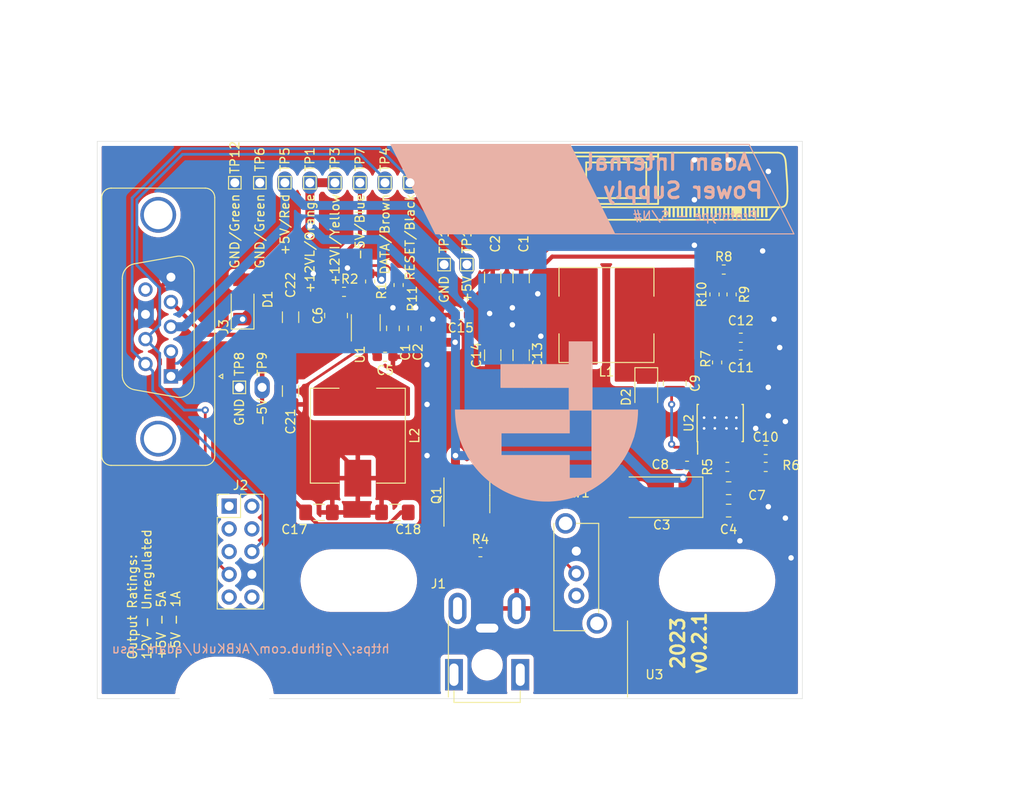
<source format=kicad_pcb>
(kicad_pcb (version 20211014) (generator pcbnew)
  (layers (0 "F.Cu" signal) (31 "B.Cu" signal) (34 "B.Paste" user) (35 "F.Paste" user) (36 "B.SilkS" user "B.Silkscreen") (37 "F.SilkS" user "F.Silkscreen") (38 "B.Mask" user) (39 "F.Mask" user) (44 "Edge.Cuts" user))
  (net 0 "")
  (net 1 "GND")
  (net 2 "+5V")
  (net 3 "+12V")
  (net 4 "Net-(C6-Pad1)")
  (net 5 "Net-(C9-Pad2)")
  (net 6 "Net-(C10-Pad1)")
  (net 7 "Net-(C11-Pad2)")
  (net 8 "Net-(C11-Pad1)")
  (net 15 "/RESET")
  (net 16 "/DATA")
  (net 18 "/-5V")
  (net 20 "Net-(R1-Pad2)")
  (net 21 "Net-(R5-Pad2)")
  (net 22 "Net-(R8-Pad2)")
  (net 23 "Net-(R10-Pad1)")
  (net 24 "Net-(R11-Pad2)")
  (net 25 "/PH")
  (net 26 "/SW")
  (net 27 "Net-(Q1-Pad4)")
  (net 28 "/12V-IN")
  (footprint "adampsu:PlungerCap-4JWHT" (layer "F.Cu") (at 168.935 125.615)
    (fp_text reference "PC1" hide)
    (fp_text value "PlungerCap")
  )
  (footprint "Capacitor_SMD:C_0805_2012Metric_Pad1.15x1.40mm_HandSolder" (layer "F.Cu") (at 146.685 78.495 90)
    (fp_text reference "C1")
    (fp_text value "10uF")
  )
  (footprint "adampsu:L_11.5x10.3_H4.8" (layer "F.Cu") (at 142.764 90.488 -90)
    (fp_text reference "L2")
    (fp_text value "4.7uH")
  )
  (footprint "adampsu:C_0508_1220Metric_Pad1.40x1.15mm_HandSolder" (layer "F.Cu") (at 140.335 77.075 -90)
    (fp_text reference "C6")
    (fp_text value "0.1uF")
  )
  (footprint "adampsu:L_11.5x10.3_H4.8" (layer "F.Cu") (at 170.525 77.01 180)
    (fp_text reference "L1")
    (fp_text value "4.7uH")
  )
  (footprint "adampsu:TestPoint_Labeled" (layer "F.Cu") (at 134.62 62.23)
    (fp_text reference "TP5")
    (fp_text value "+5V/Red")
  )
  (footprint "adampsu:TestPoint_Labeled" (layer "F.Cu") (at 148.59 62.23)
    (fp_text reference "TP2")
    (fp_text value "RESET/Black")
  )
  (footprint "adampsu:C_0508_1220Metric_Pad1.40x1.15mm_HandSolder" (layer "F.Cu") (at 178.145 84.63 -90)
    (fp_text reference "C9")
    (fp_text value "0.1uF")
  )
  (footprint "Capacitor_SMD:C_1206_3216Metric_Pad1.42x1.75mm_HandSolder" (layer "F.Cu") (at 157.825 81.4975 90)
    (fp_text reference "C14")
    (fp_text value "22uF")
  )
  (footprint "Resistor_SMD:R_0603_1608Metric_Pad1.05x0.95mm_HandSolder" (layer "F.Cu") (at 182.59 74.71 90)
    (fp_text reference "R10")
    (fp_text value "1.96k")
  )
  (footprint "adampsu:TestPoint_Labeled" (layer "F.Cu") (at 129.032 62.23)
    (fp_text reference "TP12")
    (fp_text value "GND/Green")
  )
  (footprint "Package_SO:TI_SO-PowerPAD-8_ThermalVias" (layer "F.Cu") (at 183.225 89.075 90)
    (fp_text reference "U2")
    (fp_text value "TPS54531DDAR")
  )
  (footprint "Connector_PinHeader_2.54mm:PinHeader_2x05_P2.54mm_Vertical" (layer "F.Cu") (at 128.4 98.36)
    (fp_text reference "J2")
    (fp_text value "Conn_2Rows-09Pins")
  )
  (footprint "adampsu:TestPoint_Labeled" (layer "F.Cu") (at 132.08 85.09)
    (fp_text reference "TP9")
    (fp_text value "-5V")
  )
  (footprint "Resistor_SMD:R_0603_1608Metric_Pad1.05x0.95mm_HandSolder" (layer "F.Cu") (at 184.025 93.98)
    (fp_text reference "R5")
    (fp_text value "665k")
  )
  (footprint "adampsu:TestPoint_Labeled" (layer "F.Cu") (at 140.208 62.23)
    (fp_text reference "TP3")
    (fp_text value "+12VI/Yellow")
  )
  (footprint "Resistor_SMD:R_0603_1608Metric_Pad1.05x0.95mm_HandSolder" (layer "F.Cu") (at 188.305 93.98)
    (fp_text reference "R6")
    (fp_text value "130k")
  )
  (footprint "adampsu:TestPoint_Labeled" (layer "F.Cu") (at 154.94 71.374)
    (fp_text reference "TP10")
    (fp_text value "+5V")
  )
  (footprint "Capacitor_SMD:C_0603_1608Metric_Pad1.05x0.95mm_HandSolder" (layer "F.Cu") (at 145.812 81.674)
    (fp_text reference "C5")
    (fp_text value "0.1uF")
  )
  (footprint "adampsu:TestPoint_Labeled" (layer "F.Cu") (at 145.796 62.23)
    (fp_text reference "TP4")
    (fp_text value "DATA/Brown")
  )
  (footprint "Resistor_SMD:R_0603_1608Metric_Pad1.05x0.95mm_HandSolder" (layer "F.Cu") (at 144.145 73.265 -90)
    (fp_text reference "R1")
    (fp_text value "10k")
  )
  (footprint "adampsu:TestPoint_Labeled" (layer "F.Cu") (at 143.002 62.23)
    (fp_text reference "TP7")
    (fp_text value "-5V/Blue")
  )
  (footprint "Capacitor_SMD:C_0603_1608Metric_Pad1.05x0.95mm_HandSolder" (layer "F.Cu") (at 185.525 81.455 180)
    (fp_text reference "C11")
    (fp_text value "2200pF")
  )
  (footprint "Capacitor_SMD:C_1206_3216Metric_Pad1.42x1.75mm_HandSolder" (layer "F.Cu") (at 146.9025 99.06)
    (fp_text reference "C18")
    (fp_text value "22uF")
  )
  (footprint "Capacitor_Tantalum_SMD:CP_EIA-7343-43_Kemet-X_Pad2.25x2.55mm_HandSolder" (layer "F.Cu") (at 176.7 97.36 180)
    (fp_text reference "C3")
    (fp_text value "100uF")
  )
  (footprint "Capacitor_SMD:C_0805_2012Metric_Pad1.15x1.40mm_HandSolder" (layer "F.Cu") (at 184.1625 98.86)
    (fp_text reference "C4")
    (fp_text value "4.7uF")
  )
  (footprint "adampsu:TestPoint_Labeled" (layer "F.Cu") (at 131.826 62.23)
    (fp_text reference "TP6")
    (fp_text value "GND/Green")
  )
  (footprint "Capacitor_SMD:C_1206_3216Metric_Pad1.42x1.75mm_HandSolder" (layer "F.Cu") (at 157.825 72.8075 -90)
    (fp_text reference "C20")
    (fp_text value "22uF")
  )
  (footprint "Capacitor_SMD:C_1206_3216Metric_Pad1.42x1.75mm_HandSolder" (layer "F.Cu") (at 161 72.8075 90)
    (fp_text reference "C19")
    (fp_text value "22uF")
  )
  (footprint "Capacitor_SMD:C_0603_1608Metric_Pad1.05x0.95mm_HandSolder" (layer "F.Cu") (at 188.305 92.075)
    (fp_text reference "C10")
    (fp_text value "0.01uF")
  )
  (footprint "Capacitor_SMD:C_0603_1608Metric_Pad1.05x0.95mm_HandSolder" (layer "F.Cu") (at 185.525 79.55 180)
    (fp_text reference "C12")
    (fp_text value "22pF")
  )
  (footprint "adampsu:TestPoint_Labeled" (layer "F.Cu") (at 152.4 71.374)
    (fp_text reference "TP11")
    (fp_text value "GND")
  )
  (footprint "Capacitor_SMD:C_0805_2012Metric_Pad1.15x1.40mm_HandSolder" (layer "F.Cu") (at 149.11 78.495 90)
    (fp_text reference "C2")
    (fp_text value "10uF")
  )
  (footprint "Resistor_SMD:R_0603_1608Metric_Pad1.05x0.95mm_HandSolder" (layer "F.Cu") (at 182.88 82.31 -90)
    (fp_text reference "R7")
    (fp_text value "37.4k")
  )
  (footprint "adampsu:TestPoint_Labeled" (layer "F.Cu") (at 129.54 85.09)
    (fp_text reference "TP8")
    (fp_text value "GND")
  )
  (footprint "Capacitor_SMD:C_0603_1608Metric_Pad1.05x0.95mm_HandSolder" (layer "F.Cu") (at 179.525 93.853 180)
    (fp_text reference "C8")
    (fp_text value "0.01uF")
  )
  (footprint "Capacitor_SMD:C_0805_2012Metric_Pad1.15x1.40mm_HandSolder" (layer "F.Cu") (at 184.1625 96.36)
    (fp_text reference "C7")
    (fp_text value "4.7uF")
  )
  (footprint "Capacitor_SMD:C_1206_3216Metric_Pad1.42x1.75mm_HandSolder" (layer "F.Cu") (at 161 81.4975 -90)
    (fp_text reference "C13")
    (fp_text value "22uF")
  )
  (footprint "Resistor_SMD:R_0603_1608Metric_Pad1.05x0.95mm_HandSolder" (layer "F.Cu") (at 184.495 74.71 -90)
    (fp_text reference "R9")
    (fp_text value "10.2k")
  )
  (footprint "Resistor_SMD:R_0603_1608Metric_Pad1.05x0.95mm_HandSolder" (layer "F.Cu") (at 183.62 71.93)
    (fp_text reference "R8")
    (fp_text value "51.1")
  )
  (footprint "Package_TO_SOT_SMD:SOT-23-6_Handsoldering" (layer "F.Cu") (at 143.653 77.864 90)
    (fp_text reference "U1")
    (fp_text value "TPS561201")
  )
  (footprint "adampsu:TestPoint_Labeled" (layer "F.Cu") (at 137.414 62.23)
    (fp_text reference "TP1")
    (fp_text value "+12VL/Orange")
  )
  (footprint "Resistor_SMD:R_0603_1608Metric_Pad1.05x0.95mm_HandSolder" (layer "F.Cu") (at 141.224 74.422)
    (fp_text reference "R2")
    (fp_text value "10k")
  )
  (footprint "adampsu:BarrelJack_CUI_PJ-047AH_Horizontal" (layer "F.Cu") (at 157.2 111.99)
    (fp_text reference "J1")
    (fp_text value "Barrel_Jack_Switch")
  )
  (footprint "Resistor_SMD:R_0603_1608Metric_Pad1.05x0.95mm_HandSolder" (layer "F.Cu") (at 147.32 73.66 90)
    (fp_text reference "R11")
    (fp_text value "54.9k")
  )
  (footprint "adampsu:D_SOD-128" (layer "F.Cu") (at 129.9 75.27 90)
    (fp_text reference "D1")
    (fp_text value "D_Schottky")
  )
  (footprint "adampsu:D_SOD-128" (layer "F.Cu") (at 174.97 86.195 -90)
    (fp_text reference "D2")
    (fp_text value "D_Schottky")
  )
  (footprint "Connector_Dsub:DSUB-9_Female_Vertical_P2.77x2.84mm_MountingHoles" (layer "F.Cu") (at 121.9 83.86 -90)
    (fp_text reference "J3")
    (fp_text value "DB9_Female")
  )
  (footprint "Capacitor_SMD:C_0603_1608Metric_Pad1.05x0.95mm_HandSolder" (layer "F.Cu") (at 154.255 77.01 180)
    (fp_text reference "C15")
    (fp_text value "0.01uF")
  )
  (footprint "adampsu:Switch-LC1258EENP" (layer "F.Cu") (at 167.155 105.8758)
    (fp_text reference "SW1")
    (fp_text value "30V 300mA Latching Switch")
  )
  (footprint "Capacitor_SMD:C_1206_3216Metric_Pad1.42x1.75mm_HandSolder" (layer "F.Cu") (at 135.255 85.5075 90)
    (fp_text reference "C21")
    (fp_text value "22uF")
  )
  (footprint "Resistor_SMD:R_0603_1608Metric_Pad1.05x0.95mm_HandSolder" (layer "F.Cu") (at 156.45 103.505)
    (fp_text reference "R4")
    (fp_text value "100k")
  )
  (footprint "adampsu:DB9-SpotMount" (layer "F.Cu") (at 162.875 118.18)
    (fp_text reference "U3")
    (fp_text value "Cuts")
  )
  (footprint "Capacitor_SMD:C_1206_3216Metric_Pad1.42x1.75mm_HandSolder" (layer "F.Cu") (at 138.43 99.06 180)
    (fp_text reference "C17")
    (fp_text value "22uF")
  )
  (footprint "Capacitor_SMD:C_1206_3216Metric_Pad1.42x1.75mm_HandSolder" (layer "F.Cu") (at 135.255 77.2525 -90)
    (fp_text reference "C22")
    (fp_text value "22uF")
  )
  (footprint "Package_SO:SO-8_3.9x4.9mm_P1.27mm" (layer "F.Cu") (at 154.94 97.155 90)
    (fp_text reference "Q1")
    (fp_text value "Si4447ADY")
  )
  (footprint "adampsu:adamlabel" (layer "B.Cu") (at 171.45 67.945 180)
    (fp_text reference "LB1" hide)
    (fp_text value "HandLabel_SN")
  )
  (footprint "adampsu:tt-logo" (layer "B.Cu") (at 163.83 87.63 90)
    (fp_text reference "REFe")
    (fp_text value "tt-logo")
  )
  (gr_line (start 183.272139 64.972069) (end 183.272139 66.04) (layer "F.SilkS") (width 0.02))
  (gr_line (start 184.52352 66.04) (end 184.52352 64.972069) (layer "F.SilkS") (width 0.02))
  (gr_line (start 174.968996 63.944054) (end 168.259175 63.944054) (layer "F.SilkS") (width 0.2))
  (gr_line (start 155.408729 60.167268) (end 155.408729 60.167268) (layer "F.SilkS") (width 0.02))
  (gr_line (start 182.189815 64.972069) (end 182.341338 64.972069) (layer "F.SilkS") (width 0.02))
  (gr_line (start 189.765315 64.965947) (end 156.146174 64.975417) (layer "F.SilkS") (width 0.02))
  (gr_line (start 186.576832 66.04) (end 186.425309 66.04) (layer "F.SilkS") (width 0.02))
  (gr_line (start 180.298072 64.972069) (end 180.449595 64.972069) (layer "F.SilkS") (width 0.02))
  (gr_curve (pts (xy 155.408729 60.167269) (xy 155.321675 61.044501) (xy 155.174354 62.236465) (xy 155.174354 62.906108)) (layer "F.SilkS") (width 0.2))
  (gr_line (start 183.589373 66.04) (end 183.589373 64.972069) (layer "F.SilkS") (width 0.02))
  (gr_curve (pts (xy 190.732389 63.153876) (xy 190.732389 62.442179) (xy 190.673133 61.824894) (xy 190.595645 60.724545)) (layer "F.SilkS") (width 0.2))
  (gr_line (start 179.357225 64.972069) (end 179.508748 64.972069) (layer "F.SilkS") (width 0.02))
  (gr_line (start 176.294889 59.296733) (end 176.294889 58.876532) (layer "F.SilkS") (width 0.2))
  (gr_line (start 183.740896 64.972069) (end 183.740896 66.04) (layer "F.SilkS") (width 0.02))
  (gr_line (start 177.013477 66.04) (end 177.013477 64.972069) (layer "F.SilkS") (width 0.02))
  (gr_line (start 180.928392 66.04) (end 180.776869 66.04) (layer "F.SilkS") (width 0.02))
  (gr_line (start 188.448477 66.04) (end 188.296955 66.04) (layer "F.SilkS") (width 0.02))
  (gr_line (start 179.508748 64.972069) (end 179.508748 66.04) (layer "F.SilkS") (width 0.02))
  (gr_line (start 179.977502 64.972069) (end 179.977502 66.04) (layer "F.SilkS") (width 0.02))
  (gr_line (start 158.736854 59.966376) (end 165.446675 59.966376) (layer "F.SilkS") (width 0.2))
  (gr_line (start 179.357225 66.04) (end 179.357225 64.972069) (layer "F.SilkS") (width 0.02))
  (gr_line (start 187.824859 64.972069) (end 187.976381 64.972069) (layer "F.SilkS") (width 0.02))
  (gr_poly (pts (xy 181.717722 66.04) (xy 181.869245 66.04) (xy 181.869245 64.972069) (xy 181.717722 64.972069)) (layer "F.SilkS") (width 0.1) (fill solid))
  (gr_poly (pts (xy 182.189815 66.04) (xy 182.341338 66.04) (xy 182.341338 64.972069) (xy 182.189815 64.972069)) (layer "F.SilkS") (width 0.1) (fill solid))
  (gr_poly (pts (xy 182.648521 66.04) (xy 182.800044 66.04) (xy 182.800044 64.972069) (xy 182.648521 64.972069)) (layer "F.SilkS") (width 0.1) (fill solid))
  (gr_poly (pts (xy 183.120617 66.04) (xy 183.27214 66.04) (xy 183.27214 64.972069) (xy 183.120617 64.972069)) (layer "F.SilkS") (width 0.1) (fill solid))
  (gr_poly (pts (xy 183.589373 66.04) (xy 183.740896 66.04) (xy 183.740896 64.972069) (xy 183.589373 64.972069)) (layer "F.SilkS") (width 0.1) (fill solid))
  (gr_poly (pts (xy 184.061467 66.04) (xy 184.21299 66.04) (xy 184.21299 64.972069) (xy 184.061467 64.972069)) (layer "F.SilkS") (width 0.1) (fill solid))
  (gr_poly (pts (xy 185.953207 66.04) (xy 186.10473 66.04) (xy 186.10473 64.972069) (xy 185.953207 64.972069)) (layer "F.SilkS") (width 0.1) (fill solid))
  (gr_poly (pts (xy 186.425309 66.04) (xy 186.576832 66.04) (xy 186.576832 64.972069) (xy 186.425309 64.972069)) (layer "F.SilkS") (width 0.1) (fill solid))
  (gr_curve (pts (xy 190.595645 60.724545) (xy 190.532186 59.823421) (xy 190.563597 58.880262) (xy 189.627478 58.868161)) (layer "F.SilkS") (width 0.2))
  (gr_line (start 157.112133 66.367533) (end 188.761474 66.367533) (layer "F.SilkS") (width 0.2))
  (gr_line (start 178.426424 64.972069) (end 178.577946 64.972069) (layer "F.SilkS") (width 0.02))
  (gr_line (start 179.825979 66.04) (end 179.825979 64.972069) (layer "F.SilkS") (width 0.02))
  (gr_line (start 179.508748 66.04) (end 179.357225 66.04) (layer "F.SilkS") (width 0.02))
  (gr_line (start 180.449595 66.04) (end 180.298072 66.04) (layer "F.SilkS") (width 0.02))
  (gr_poly (pts (xy 177.013477 66.04) (xy 177.165 66.04) (xy 177.165 64.972069) (xy 177.013477 64.972069)) (layer "F.SilkS") (width 0.1) (fill solid))
  (gr_poly (pts (xy 177.485576 66.04) (xy 177.637099 66.04) (xy 177.637099 64.972069) (xy 177.485576 64.972069)) (layer "F.SilkS") (width 0.1) (fill solid))
  (gr_poly (pts (xy 177.954327 66.04) (xy 178.10585 66.04) (xy 178.10585 64.972069) (xy 177.954327 64.972069)) (layer "F.SilkS") (width 0.1) (fill solid))
  (gr_poly (pts (xy 178.435 66.04) (xy 178.586523 66.04) (xy 178.586523 64.972069) (xy 178.435 64.972069)) (layer "F.SilkS") (width 0.1) (fill solid))
  (gr_poly (pts (xy 178.885129 66.04) (xy 179.036652 66.04) (xy 179.036652 64.972069) (xy 178.885129 64.972069)) (layer "F.SilkS") (width 0.1) (fill solid))
  (gr_poly (pts (xy 179.357225 66.04) (xy 179.508748 66.04) (xy 179.508748 64.972069) (xy 179.357225 64.972069)) (layer "F.SilkS") (width 0.1) (fill solid))
  (gr_poly (pts (xy 179.825979 66.04) (xy 179.977502 66.04) (xy 179.977502 64.972069) (xy 179.825979 64.972069)) (layer "F.SilkS") (width 0.1) (fill solid))
  (gr_poly (pts (xy 180.298072 66.04) (xy 180.449595 66.04) (xy 180.449595 64.972069) (xy 180.298072 64.972069)) (layer "F.SilkS") (width 0.1) (fill solid))
  (gr_poly (pts (xy 180.776869 66.04) (xy 180.928392 66.04) (xy 180.928392 64.972069) (xy 180.776869 64.972069)) (layer "F.SilkS") (width 0.1) (fill solid))
  (gr_poly (pts (xy 181.248968 66.04) (xy 181.400491 66.04) (xy 181.400491 64.972069) (xy 181.248968 64.972069)) (layer "F.SilkS") (width 0.1) (fill solid))
  (gr_poly (pts (xy 187.366153 66.04) (xy 187.517676 66.04) (xy 187.517676 64.972069) (xy 187.366153 64.972069)) (layer "F.SilkS") (width 0.1) (fill solid))
  (gr_poly (pts (xy 187.824859 66.04) (xy 187.976382 66.04) (xy 187.976382 64.972069) (xy 187.824859 64.972069)) (layer "F.SilkS") (width 0.1) (fill solid))
  (gr_poly (pts (xy 188.296955 66.04) (xy 188.448478 66.04) (xy 188.448478 64.972069) (xy 188.296955 64.972069)) (layer "F.SilkS") (width 0.1) (fill solid))
  (gr_poly (pts (xy 184.52352 66.04) (xy 185.59915 66.04) (xy 185.59915 64.972069) (xy 184.52352 64.972069)) (layer "F.SilkS") (width 0.1) (fill solid))
  (gr_line (start 181.248968 66.04) (end 181.248968 64.972069) (layer "F.SilkS") (width 0.02))
  (gr_line (start 180.449595 64.972069) (end 180.449595 66.04) (layer "F.SilkS") (width 0.02))
  (gr_line (start 179.825979 64.972069) (end 179.977502 64.972069) (layer "F.SilkS") (width 0.02))
  (gr_line (start 168.259175 63.944054) (end 168.259175 59.966376) (layer "F.SilkS") (width 0.2))
  (gr_line (start 157.250247 64.600304) (end 157.250247 59.296733) (layer "F.SilkS") (width 0.2))
  (gr_line (start 182.648521 66.04) (end 182.648521 64.972069) (layer "F.SilkS") (width 0.02))
  (gr_line (start 187.976381 66.04) (end 187.824859 66.04) (layer "F.SilkS") (width 0.02))
  (gr_line (start 168.259175 59.966376) (end 174.968996 59.966376) (layer "F.SilkS") (width 0.2))
  (gr_line (start 186.10473 64.972069) (end 186.10473 66.04) (layer "F.SilkS") (width 0.02))
  (gr_line (start 156.146174 64.975417) (end 157.112133 66.367533) (layer "F.SilkS") (width 0.2))
  (gr_line (start 178.885129 64.972069) (end 179.036652 64.972069) (layer "F.SilkS") (width 0.02))
  (gr_line (start 176.294889 64.600304) (end 157.250247 64.600304) (layer "F.SilkS") (width 0.2))
  (gr_line (start 187.976381 64.972069) (end 187.976381 66.04) (layer "F.SilkS") (width 0.02))
  (gr_line (start 185.59915 64.972069) (end 185.59915 66.04) (layer "F.SilkS") (width 0.02))
  (gr_line (start 155.66989 64.961912) (end 189.9623 64.961912) (layer "F.SilkS") (width 0.2))
  (gr_curve (pts (xy 156.902033 58.861463) (xy 155.873787 58.861463) (xy 155.55605 58.88825) (xy 155.408729 60.167268)) (layer "F.SilkS") (width 0.2))
  (gr_line (start 181.400491 66.04) (end 181.248968 66.04) (layer "F.SilkS") (width 0.02))
  (gr_line (start 178.577946 66.04) (end 178.426424 66.04) (layer "F.SilkS") (width 0.02))
  (gr_line (start 177.954327 66.04) (end 177.954327 64.972069) (layer "F.SilkS") (width 0.02))
  (gr_line (start 181.717722 66.04) (end 181.717722 64.972069) (layer "F.SilkS") (width 0.02))
  (gr_line (start 187.366153 64.972069) (end 187.517676 64.972069) (layer "F.SilkS") (width 0.02))
  (gr_line (start 177.013477 64.972069) (end 177.165 64.972069) (layer "F.SilkS") (width 0.02))
  (gr_line (start 181.717722 64.972069) (end 181.869245 64.972069) (layer "F.SilkS") (width 0.02))
  (gr_line (start 165.446675 63.944054) (end 158.736854 63.944054) (layer "F.SilkS") (width 0.2))
  (gr_line (start 188.761474 66.367533) (end 189.765315 64.965947) (layer "F.SilkS") (width 0.2))
  (gr_line (start 184.21299 64.972069) (end 184.21299 66.04) (layer "F.SilkS") (width 0.02))
  (gr_line (start 178.577946 64.972069) (end 178.577946 66.04) (layer "F.SilkS") (width 0.02))
  (gr_line (start 157.250247 59.296733) (end 157.251919 58.869836) (layer "F.SilkS") (width 0.2))
  (gr_line (start 177.485576 64.972069) (end 177.637099 64.972069) (layer "F.SilkS") (width 0.02))
  (gr_line (start 182.341338 66.04) (end 182.189815 66.04) (layer "F.SilkS") (width 0.02))
  (gr_line (start 180.928392 64.972069) (end 180.928392 66.04) (layer "F.SilkS") (width 0.02))
  (gr_line (start 184.52352 64.972069) (end 185.59915 64.972069) (layer "F.SilkS") (width 0.02))
  (gr_line (start 183.589373 64.972069) (end 183.740896 64.972069) (layer "F.SilkS") (width 0.02))
  (gr_line (start 182.341338 64.972069) (end 182.341338 66.04) (layer "F.SilkS") (width 0.02))
  (gr_line (start 176.294889 59.296733) (end 176.294889 64.600304) (layer "F.SilkS") (width 0.2))
  (gr_line (start 185.59915 66.04) (end 184.52352 66.04) (layer "F.SilkS") (width 0.02))
  (gr_line (start 181.869245 64.972069) (end 181.869245 66.04) (layer "F.SilkS") (width 0.02))
  (gr_line (start 178.10585 64.972069) (end 178.10585 66.04) (layer "F.SilkS") (width 0.02))
  (gr_line (start 184.21299 66.04) (end 184.061467 66.04) (layer "F.SilkS") (width 0.02))
  (gr_line (start 187.045583 66.04) (end 186.89406 66.04) (layer "F.SilkS") (width 0.02))
  (gr_line (start 177.165 64.972069) (end 177.165 66.04) (layer "F.SilkS") (width 0.02))
  (gr_line (start 182.189815 66.04) (end 182.189815 64.972069) (layer "F.SilkS") (width 0.02))
  (gr_line (start 180.776869 66.04) (end 180.776869 64.972069) (layer "F.SilkS") (width 0.02))
  (gr_line (start 177.165 66.04) (end 177.013477 66.04) (layer "F.SilkS") (width 0.02))
  (gr_line (start 177.637099 66.04) (end 177.485576 66.04) (layer "F.SilkS") (width 0.02))
  (gr_line (start 177.485576 66.04) (end 177.485576 64.972069) (layer "F.SilkS") (width 0.02))
  (gr_line (start 177.637099 64.972069) (end 177.637099 66.04) (layer "F.SilkS") (width 0.02))
  (gr_line (start 183.120617 66.04) (end 183.120617 64.972069) (layer "F.SilkS") (width 0.02))
  (gr_line (start 178.426424 66.04) (end 178.426424 64.972069) (layer "F.SilkS") (width 0.02))
  (gr_line (start 179.036652 64.972069) (end 179.036652 66.04) (layer "F.SilkS") (width 0.02))
  (gr_line (start 185.953207 66.04) (end 185.953207 64.972069) (layer "F.SilkS") (width 0.02))
  (gr_line (start 166.91377 58.857681) (end 166.94218 64.58714) (layer "F.SilkS") (width 0.2))
  (gr_line (start 158.736854 63.944054) (end 158.736854 59.966376) (layer "F.SilkS") (width 0.2))
  (gr_curve (pts (xy 189.627478 58.868161) (xy 188.234757 58.888806) (xy 156.902033 58.861463) (xy 156.902033 58.861463)) (layer "F.SilkS") (width 0.2))
  (gr_line (start 188.296955 64.972069) (end 188.448477 64.972069) (layer "F.SilkS") (width 0.02))
  (gr_line (start 184.061467 64.972069) (end 184.21299 64.972069) (layer "F.SilkS") (width 0.02))
  (gr_line (start 180.298072 66.04) (end 180.298072 64.972069) (layer "F.SilkS") (width 0.02))
  (gr_line (start 186.425309 66.04) (end 186.425309 64.972069) (layer "F.SilkS") (width 0.02))
  (gr_line (start 186.89406 64.972069) (end 187.045583 64.972069) (layer "F.SilkS") (width 0.02))
  (gr_line (start 187.824859 66.04) (end 187.824859 64.972069) (layer "F.SilkS") (width 0.02))
  (gr_line (start 165.446675 59.966376) (end 165.446675 63.944054) (layer "F.SilkS") (width 0.2))
  (gr_line (start 187.366153 66.04) (end 187.366153 64.972069) (layer "F.SilkS") (width 0.02))
  (gr_line (start 186.89406 66.04) (end 186.89406 64.972069) (layer "F.SilkS") (width 0.02))
  (gr_line (start 186.425309 64.972069) (end 186.576832 64.972069) (layer "F.SilkS") (width 0.02))
  (gr_line (start 187.517676 64.972069) (end 187.517676 66.04) (layer "F.SilkS") (width 0.02))
  (gr_line (start 186.576832 64.972069) (end 186.576832 66.04) (layer "F.SilkS") (width 0.02))
  (gr_line (start 178.10585 66.04) (end 177.954327 66.04) (layer "F.SilkS") (width 0.02))
  (gr_line (start 181.248968 64.972069) (end 181.400491 64.972069) (layer "F.SilkS") (width 0.02))
  (gr_line (start 180.776869 64.972069) (end 180.928392 64.972069) (layer "F.SilkS") (width 0.02))
  (gr_line (start 174.968996 59.966376) (end 174.968996 63.944054) (layer "F.SilkS") (width 0.2))
  (gr_line (start 179.036652 66.04) (end 178.885129 66.04) (layer "F.SilkS") (width 0.02))
  (gr_line (start 178.885129 66.04) (end 178.885129 64.972069) (layer "F.SilkS") (width 0.02))
  (gr_line (start 157.250247 59.296733) (end 176.294889 59.296733) (layer "F.SilkS") (width 0.2))
  (gr_line (start 188.296955 66.04) (end 188.296955 64.972069) (layer "F.SilkS") (width 0.02))
  (gr_line (start 183.740896 66.04) (end 183.589373 66.04) (layer "F.SilkS") (width 0.02))
  (gr_line (start 182.800043 64.972069) (end 182.800043 66.04) (layer "F.SilkS") (width 0.02))
  (gr_line (start 184.061467 66.04) (end 184.061467 64.972069) (layer "F.SilkS") (width 0.02))
  (gr_line (start 183.120617 64.972069) (end 183.272139 64.972069) (layer "F.SilkS") (width 0.02))
  (gr_line (start 181.400491 64.972069) (end 181.400491 66.04) (layer "F.SilkS") (width 0.02))
  (gr_line (start 177.954327 64.972069) (end 178.10585 64.972069) (layer "F.SilkS") (width 0.02))
  (gr_line (start 185.953207 64.972069) (end 186.10473 64.972069) (layer "F.SilkS") (width 0.02))
  (gr_line (start 183.272139 66.04) (end 183.120617 66.04) (layer "F.SilkS") (width 0.02))
  (gr_curve (pts (xy 189.9623 64.961912) (xy 190.772567 64.961912) (xy 190.732389 64.138251) (xy 190.732389 63.153876)) (layer "F.SilkS") (width 0.2))
  (gr_line (start 182.648521 64.972069) (end 182.800043 64.972069) (layer "F.SilkS") (width 0.02))
  (gr_line (start 187.517676 66.04) (end 187.366153 66.04) (layer "F.SilkS") (width 0.02))
  (gr_line (start 188.448477 64.972069) (end 188.448477 66.04) (layer "F.SilkS") (width 0.02))
  (gr_line (start 181.869245 66.04) (end 181.717722 66.04) (layer "F.SilkS") (width 0.02))
  (gr_curve (pts (xy 155.174354 62.906108) (xy 155.174354 63.575751) (xy 155.114086 64.961912) (xy 155.66989 64.961912)) (layer "F.SilkS") (width 0.2))
  (gr_line (start 179.977502 66.04) (end 179.825979 66.04) (layer "F.SilkS") (width 0.02))
  (gr_line (start 187.045583 64.972069) (end 187.045583 66.04) (layer "F.SilkS") (width 0.02))
  (gr_line (start 186.10473 66.04) (end 185.953207 66.04) (layer "F.SilkS") (width 0.02))
  (gr_line (start 182.800043 66.04) (end 182.648521 66.04) (layer "F.SilkS") (width 0.02))
  (gr_poly (pts (xy 186.89406 66.04) (xy 187.045583 66.04) (xy 187.045583 64.972069) (xy 186.89406 64.972069)) (layer "F.SilkS") (width 0.1) (fill solid))
  (gr_line (start 192.405 119.86) (end 113.665 119.86) (layer "Edge.Cuts") (width 0.05))
  (gr_line (start 113.665 119.86) (end 113.665 57.61) (layer "Edge.Cuts") (width 0.05))
  (gr_line (start 192.405 57.61) (end 192.405 119.86) (layer "Edge.Cuts") (width 0.05))
  (gr_line (start 113.665 57.61) (end 192.405 57.61) (layer "Edge.Cuts") (width 0.05))
  (gr_text "https://github.com/AkBKukU/adam-psu" (at 130.81 114.3) (layer "B.SilkS") (effects (font (size 1 1)) (justify mirror)))
  (gr_text "Output Ratings:\n12V - Unregulated\n+5V - 5A\n-5V - 1A" (at 120.015 115.57 90) (layer "F.SilkS") (effects (font (size 1 1)) (justify left)))
  (gr_text "2023\nv0.2.1" (at 179.705 113.665 90) (layer "F.SilkS") (effects (font (size 1.5 1.5) (thickness 0.3))))
  (segment (start 182.59 88.44) (end 183.225 89.075) (width 0.4572) (layer "F.Cu") (net 1))
  (segment (start 182.59 79.705) (end 181.61 78.725) (width 0.4572) (layer "F.Cu") (net 1))
  (segment (start 182.090928 74.334072) (end 182.59 73.835) (width 0.4572) (layer "F.Cu") (net 1))
  (segment (start 181.61 78.725) (end 181.61 74.815) (width 0.4572) (layer "F.Cu") (net 1))
  (segment (start 181.61 74.815) (end 182.090928 74.334072) (width 0.4572) (layer "F.Cu") (net 1))
  (segment (start 182.59 79.705) (end 184.495 79.705) (width 0.4572) (layer "F.Cu") (net 1))
  (segment (start 184.495 79.705) (end 184.65 79.55) (width 0.4572) (layer "F.Cu") (net 1))
  (segment (start 157.825 71.32) (end 161 71.32) (width 0.4572) (layer "F.Cu") (net 1))
  (segment (start 149.11 77.47) (end 151.13 77.47) (width 0.4572) (layer "F.Cu") (net 1))
  (segment (start 146.685 77.47) (end 149.11 77.47) (width 0.4572) (layer "F.Cu") (net 1))
  (segment (start 182.59 86.375) (end 182.59 88.44) (width 0.4572) (layer "F.Cu") (net 1))
  (segment (start 189.18 91.035) (end 189.18 92.25) (width 0.4572) (layer "F.Cu") (net 1))
  (segment (start 189.18 92.25) (end 189.18 93.98) (width 0.4572) (layer "F.Cu") (net 1))
  (segment (start 187.82 89.675) (end 189.18 91.035) (width 0.4572) (layer "F.Cu") (net 1))
  (segment (start 161 82.985) (end 157.825 82.985) (width 0.4572) (layer "F.Cu") (net 1))
  (segment (start 157.053653 72.266347) (end 157.825 71.495) (width 0.4572) (layer "F.Cu") (net 1))
  (segment (start 174.97 88.395) (end 174.97 90.43) (width 0.4572) (layer "F.Cu") (net 1))
  (segment (start 187.185 89.675) (end 187.82 89.675) (width 0.4572) (layer "F.Cu") (net 1))
  (segment (start 146.685 77.47) (end 146.685 76.2) (width 0.4572) (layer "F.Cu") (net 1))
  (segment (start 185.025 89.675) (end 187.185 89.675) (width 0.4572) (layer "F.Cu") (net 1))
  (segment (start 188.97 96.36) (end 189.18 96.57) (width 0.25) (layer "F.Cu") (net 1))
  (segment (start 177.975 89.075) (end 177.295 88.395) (width 0.4572) (layer "F.Cu") (net 1))
  (segment (start 174.97 88.395) (end 163.325 88.395) (width 0.4572) (layer "F.Cu") (net 1))
  (segment (start 182.245 83.185) (end 181.61 82.55) (width 0.25) (layer "F.Cu") (net 1))
  (segment (start 171.81 100.33) (end 173.5 102.02) (width 0.25) (layer "F.Cu") (net 1))
  (segment (start 157.4178 113.665) (end 165.1 113.665) (width 0.4572) (layer "F.Cu") (net 1))
  (segment (start 149.465 74.535) (end 149.86 74.93) (width 0.25) (layer "F.Cu") (net 1))
  (segment (start 174.97 93) (end 173.5 94.47) (width 0.4572) (layer "F.Cu") (net 1))
  (segment (start 178.393 93.853) (end 178.65 94.11) (width 0.4572) (layer "F.Cu") (net 1))
  (segment (start 165.1 113.665) (end 165.735 114.3) (width 0.25) (layer "F.Cu") (net 1))
  (segment (start 173.5 94.47) (end 173.5 97.36) (width 0.4572) (layer "F.Cu") (net 1))
  (segment (start 142.764 94.504) (end 142.764 95.238) (width 0.4572) (layer "F.Cu") (net 1))
  (segment (start 170.18 100.3616) (end 170.18 100.33) (width 0.25) (layer "F.Cu") (net 1))
  (segment (start 130.94 105.98) (end 132.65 105.98) (width 0.4572) (layer "F.Cu") (net 1))
  (segment (start 147.32 74.535) (end 149.465 74.535) (width 0.25) (layer "F.Cu") (net 1))
  (segment (start 151.59 77.01) (end 153.38 77.01) (width 0.4572) (layer "F.Cu") (net 1))
  (segment (start 121.9 72.78) (end 123.56 71.12) (width 0.4572) (layer "F.Cu") (net 1))
  (segment (start 186.89 98.86) (end 185.65 98.86) (width 0.4572) (layer "F.Cu") (net 1))
  (segment (start 170.18 100.33) (end 171.81 100.33) (width 0.25) (layer "F.Cu") (net 1))
  (segment (start 154.58523 81.63477) (end 154.58523 78.21523) (width 0.4572) (layer "F.Cu") (net 1))
  (segment (start 135.255 74.93) (end 137.795 72.39) (width 0.4572) (layer "F.Cu") (net 1))
  (segment (start 135.255 86.995) (end 142.764 94.504) (width 0.4572) (layer "F.Cu") (net 1))
  (segment (start 149.86 75.565) (end 149.225 76.2) (width 0.25) (layer "F.Cu") (net 1))
  (segment (start 182.88 83.185) (end 182.245 83.185) (width 0.25) (layer "F.Cu") (net 1))
  (segment (start 157.2 111.99) (end 157.2 113.4472) (width 0.4572) (layer "F.Cu") (net 1))
  (segment (start 189.18 96.57) (end 186.89 98.86) (width 0.4572) (layer "F.Cu") (net 1))
  (segment (start 181.94828 80.34672) (end 182.59 79.705) (width 0.4572) (layer "F.Cu") (net 1))
  (segment (start 119.06 76.935) (end 115.57 73.445) (width 0.4572) (layer "F.Cu") (net 1))
  (segment (start 151.13 77.47) (end 151.59 77.01) (width 0.4572) (layer "F.Cu") (net 1))
  (segment (start 154.58523 78.21523) (end 153.38 77.01) (width 0.4572) (layer "F.Cu") (net 1))
  (segment (start 182.59 85.38) (end 182.88 85.09) (width 0.25) (layer "F.Cu") (net 1))
  (segment (start 163.325 88.395) (end 161 86.07) (width 0.4572) (layer "F.Cu") (net 1))
  (segment (start 172.72 114.3) (end 173.5 113.52) (width 0.25) (layer "F.Cu") (net 1))
  (segment (start 154.546 81.674) (end 146.687 81.674) (width 0.25) (layer "F.Cu") (net 1))
  (segment (start 153.38 75.765) (end 157.825 71.32) (width 0.4572) (layer "F.Cu") (net 1))
  (segment (start 173.5 113.52) (end 173.5 102.02) (width 0.25) (layer "F.Cu") (net 1))
  (segment (start 154.58523 81.63477) (end 154.546 81.674) (width 0.25) (layer "F.Cu") (net 1))
  (segment (start 135.255 75.765) (end 135.255 74.93) (width 0.4572) (layer "F.Cu") (net 1))
  (segment (start 132.65 105.98) (end 136.6225 109.9525) (width 0.4572) (layer "F.Cu") (net 1))
  (segment (start 174.97 90.43) (end 174.97 93) (width 0.4572) (layer "F.Cu") (net 1))
  (segment (start 149.11 76.315) (end 149.11 77.47) (width 0.4572) (layer "F.Cu") (net 1))
  (segment (start 125.34 71.12) (end 127 72.78) (width 0.4572) (layer "F.Cu") (net 1))
  (segment (start 165.735 114.3) (end 172.72 114.3) (width 0.25) (layer "F.Cu") (net 1))
  (segment (start 136.6225 111.6625) (end 138.625 113.665) (width 0.4572) (layer "F.Cu") (net 1))
  (segment (start 138.625 113.665) (end 157.4178 113.665) (width 0.4572) (layer "F.Cu") (net 1))
  (segment (start 181.61 80.685) (end 181.94828 80.34672) (width 0.25) (layer "F.Cu") (net 1))
  (segment (start 155.375 82.985) (end 154.58523 82.19523) (width 0.4572) (layer "F.Cu") (net 1))
  (segment (start 157.825 82.985) (end 155.375 82.985) (width 0.4572) (layer "F.Cu") (net 1))
  (segment (start 174.97 92.42) (end 176.403 93.853) (width 0.4572) (layer "F.Cu") (net 1))
  (segment (start 176.403 93.853) (end 178.393 93.853) (width 0.4572) (layer "F.Cu") (net 1))
  (segment (start 115.57 73.445) (end 115.57 71.12) (width 0.4572) (layer "F.Cu") (net 1))
  (segment (start 127 72.78) (end 127.29 73.07) (width 0.25) (layer "F.Cu") (net 1))
  (segment (start 157.2 113.4472) (end 157.4178 113.665) (width 0.4572) (layer "F.Cu") (net 1))
  (segment (start 182.59 86.375) (end 182.59 85.38) (width 0.25) (layer "F.Cu") (net 1))
  (segment (start 149.225 76.2) (end 149.11 76.315) (width 0.4572) (layer "F.Cu") (net 1))
  (segment (start 182.88 85.09) (end 182.88 83.185) (width 0.25) (layer "F.Cu") (net 1))
  (segment (start 161 86.07) (end 161 82.985) (width 0.4572) (layer "F.Cu") (net 1))
  (segment (start 185.1875 96.36) (end 188.97 96.36) (width 0.25) (layer "F.Cu") (net 1))
  (segment (start 154.58523 82.19523) (end 154.58523 81.63477) (width 0.4572) (layer "F.Cu") (net 1))
  (segment (start 189.18 93.98) (end 189.18 96.57) (width 0.4572) (layer "F.Cu") (net 1))
  (segment (start 120.24 71.12) (end 121.9 72.78) (width 0.4572) (layer "F.Cu") (net 1))
  (segment (start 123.56 71.12) (end 125.34 71.12) (width 0.4572) (layer "F.Cu") (net 1))
  (segment (start 174.97 90.43) (end 174.97 92.42) (width 0.4572) (layer "F.Cu") (net 1))
  (segment (start 167.155 103.3866) (end 170.18 100.3616) (width 0.25) (layer "F.Cu") (net 1))
  (segment (start 149.86 74.93) (end 149.86 75.565) (width 0.25) (layer "F.Cu") (net 1))
  (segment (start 136.6225 109.9525) (end 136.6225 111.6625) (width 0.4572) (layer "F.Cu") (net 1))
  (segment (start 181.61 82.55) (end 181.61 80.685) (width 0.25) (layer "F.Cu") (net 1))
  (segment (start 173.5 97.36) (end 173.5 102.02) (width 0.4572) (layer "F.Cu") (net 1))
  (segment (start 183.225 89.075) (end 177.975 89.075) (width 0.4572) (layer "F.Cu") (net 1))
  (segment (start 127.29 73.07) (end 129.9 73.07) (width 0.25) (layer "F.Cu") (net 1))
  (segment (start 115.57 71.12) (end 120.24 71.12) (width 0.4572) (layer "F.Cu") (net 1))
  (segment (start 177.295 88.395) (end 174.97 88.395) (width 0.4572) (layer "F.Cu") (net 1))
  (segment (start 153.38 77.01) (end 153.38 75.765) (width 0.4572) (layer "F.Cu") (net 1))
  (via (at 180.34 69.215) (size 1) (drill 0.6096) (layers "F.Cu" "B.Cu") (net 1))
  (via (at 188.595 88.265) (size 1) (drill 0.6096) (layers "F.Cu" "B.Cu") (net 1))
  (via (at 187.185 89.675) (size 1) (drill 0.6096) (layers "F.Cu" "B.Cu") (net 1))
  (via (at 189.865 80.645) (size 1) (drill 0.6096) (layers "F.Cu" "B.Cu") (net 1))
  (via (at 188.595 85.09) (size 1) (drill 0.6096) (layers "F.Cu" "B.Cu") (net 1))
  (via (at 190.5 88.9) (size 1) (drill 0.6096) (layers "F.Cu" "B.Cu") (net 1))
  (via (at 188.595 98.425) (size 1) (drill 0.6096) (layers "F.Cu" "B.Cu") (net 1))
  (via (at 191.135 104.14) (size 1) (drill 0.6096) (layers "F.Cu" "B.Cu") (net 1))
  (via (at 185.42 102.235) (size 1) (drill 0.6096) (layers "F.Cu" "B.Cu") (net 1))
  (via (at 190.5 99.695) (size 1) (drill 0.6096) (layers "F.Cu" "B.Cu") (net 1))
  (via (at 188.595 60.96) (size 1) (drill 0.6096) (layers "F.Cu" "B.Cu") (net 1))
  (via (at 184.15 59.69) (size 1) (drill 0.6096) (layers "F.Cu" "B.Cu") (net 1))
  (via (at 187.96 69.85) (size 1) (drill 0.6096) (layers "F.Cu" "B.Cu") (net 1))
  (via (at 189.23 77.47) (size 1) (drill 0.6096) (layers "F.Cu" "B.Cu") (net 1))
  (via (at 180.34 59.69) (size 1) (drill 0.6096) (layers "F.Cu" "B.Cu") (net 1))
  (via (at 180.34 64.135) (size 1) (drill 0.6096) (layers "F.Cu" "B.Cu") (net 1))
  (via (at 151.13 77.47) (size 1) (drill 0.6096) (layers "F.Cu" "B.Cu") (net 1))
  (via (at 141.605 71.755) (size 1) (drill 0.6096) (layers "F.Cu" "B.Cu") (net 1))
  (via (at 150.495 92.71) (size 1) (drill 0.6096) (layers "F.Cu" "B.Cu") (net 1))
  (via (at 146.685 76.2) (size 1) (drill 0.6096) (layers "F.Cu" "B.Cu") (net 1))
  (via (at 150.495 82.55) (size 1) (drill 0.6096) (layers "F.Cu" "B.Cu") (net 1))
  (via (at 137.795 72.39) (size 1) (drill 0.6096) (layers "F.Cu" "B.Cu") (net 1))
  (via (at 149.225 76.2) (size 1) (drill 0.6096) (layers "F.Cu" "B.Cu") (net 1))
  (via (at 150.495 86.995) (size 1) (drill 0.6096) (layers "F.Cu" "B.Cu") (net 1))
  (segment (start 131.826 62.23) (end 129.032 62.23) (width 0.4572) (layer "B.Cu") (net 1))
  (segment (start 137.795 72.39) (end 140.97 72.39) (width 0.4572) (layer "B.Cu") (net 1))
  (segment (start 140.97 72.39) (end 141.605 71.755) (width 0.4572) (layer "B.Cu") (net 1))
  (segment (start 157.825 76.49) (end 157.48 76.835) (width 0.4572) (layer "F.Cu") (net 2))
  (segment (start 157.825 74.295) (end 157.825 76.49) (width 0.4572) (layer "F.Cu") (net 2))
  (segment (start 162.8525 74.6375) (end 162.51 74.295) (width 0.4572) (layer "F.Cu") (net 2))
  (segment (start 161 80.01) (end 164 77.01) (width 0.4572) (layer "F.Cu") (net 2))
  (segment (start 164 77.01) (end 165.775 77.01) (width 0.4572) (layer "F.Cu") (net 2))
  (segment (start 155.13 77.315) (end 157.825 80.01) (width 0.4572) (layer "F.Cu") (net 2))
  (segment (start 157.825 74.315) (end 155.13 77.01) (width 0.4572) (layer "F.Cu") (net 2))
  (segment (start 161 74.295) (end 157.825 74.295) (width 0.4572) (layer "F.Cu") (net 2))
  (segment (start 162.51 74.295) (end 161.975 74.295) (width 0.4572) (layer "F.Cu") (net 2))
  (segment (start 165.225 77.01) (end 162.8525 74.6375) (width 0.4572) (layer "F.Cu") (net 2))
  (segment (start 161.975 74.295) (end 161 74.295) (width 0.4572) (layer "F.Cu") (net 2))
  (segment (start 164.465 70.485) (end 181.3 70.485) (width 0.4572) (layer "F.Cu") (net 2))
  (segment (start 181.3 70.485) (end 182.745 71.93) (width 0.4572) (layer "F.Cu") (net 2))
  (segment (start 161.771347 73.178653) (end 164.465 70.485) (width 0.4572) (layer "F.Cu") (net 2))
  (segment (start 161 74.295) (end 161.771347 73.523653) (width 0.4572) (layer "F.Cu") (net 2))
  (segment (start 161.771347 73.523653) (end 161.771347 73.178653) (width 0.4572) (layer "F.Cu") (net 2))
  (segment (start 157.825 80.01) (end 161 80.01) (width 0.4572) (layer "F.Cu") (net 2))
  (segment (start 155.13 77.01) (end 155.13 77.315) (width 0.4572) (layer "F.Cu") (net 2))
  (via (at 157.48 76.835) (size 1) (drill 0.6096) (layers "F.Cu" "B.Cu") (net 2))
  (via (at 163.195 79.375) (size 1) (drill 0.6096) (layers "F.Cu" "B.Cu") (net 2))
  (via (at 162.8525 74.6375) (size 1) (drill 0.6096) (layers "F.Cu" "B.Cu") (net 2))
  (via (at 160.02 78.105) (size 1) (drill 0.6096) (layers "F.Cu" "B.Cu") (net 2))
  (via (at 160.02 76.2) (size 1) (drill 0.6096) (layers "F.Cu" "B.Cu") (net 2))
  (segment (start 157.48 76.835) (end 154.94 74.295) (width 1) (layer "B.Cu") (net 2))
  (segment (start 154.94 74.295) (end 154.94 71.374) (width 1) (layer "B.Cu") (net 2))
  (segment (start 148.736 64.77) (end 136.76 64.77) (width 1) (layer "B.Cu") (net 2))
  (segment (start 134.62 67.04) (end 123.34 78.32) (width 1) (layer "B.Cu") (net 2))
  (segment (start 134.62 62.23) (end 134.62 62.63) (width 0.4572) (layer "B.Cu") (net 2))
  (segment (start 136.76 64.77) (end 134.62 62.63) (width 1) (layer "B.Cu") (net 2))
  (segment (start 134.62 62.23) (end 134.62 67.04) (width 1) (layer "B.Cu") (net 2))
  (segment (start 123.34 78.32) (end 121.9 78.32) (width 1) (layer "B.Cu") (net 2))
  (segment (start 154.94 70.974) (end 148.736 64.77) (width 1) (layer "B.Cu") (net 2))
  (segment (start 149.11 79.52) (end 149.37 79.52) (width 0.4572) (layer "F.Cu") (net 3))
  (segment (start 146.685 79.52) (end 149.11 79.52) (width 0.4572) (layer "F.Cu") (net 3))
  (segment (start 144.603 79.214) (end 146.379 79.214) (width 0.4572) (layer "F.Cu") (net 3))
  (segment (start 146.379 79.214) (end 146.685 79.52) (width 0.4572) (layer "F.Cu") (net 3))
  (segment (start 144.603 79.214) (end 144.603 81.34) (width 0.4572) (layer "F.Cu") (net 3))
  (segment (start 144.603 81.34) (end 144.937 81.674) (width 0.4572) (layer "F.Cu") (net 3))
  (segment (start 183.15 93.86) (end 182.59 93.3) (width 0.4572) (layer "F.Cu") (net 3))
  (segment (start 182.59 93.3) (end 182.59 91.775) (width 0.4572) (layer "F.Cu") (net 3))
  (segment (start 180.4 94.11) (end 182.9 94.11) (width 0.4572) (layer "F.Cu") (net 3))
  (segment (start 182.675 96.36) (end 182.675 94.335) (width 0.4572) (layer "F.Cu") (net 3))
  (segment (start 182.675 94.335) (end 183.15 93.86) (width 0.4572) (layer "F.Cu") (net 3))
  (segment (start 179.9 97.36) (end 181.675 97.36) (width 0.4572) (layer "F.Cu") (net 3))
  (segment (start 181.675 97.36) (end 182.675 96.36) (width 0.4572) (layer "F.Cu") (net 3))
  (segment (start 181.175 97.36) (end 182.675 98.86) (width 0.4572) (layer "F.Cu") (net 3))
  (segment (start 144.145 72.39) (end 144.78 72.39) (width 0.4572) (layer "F.Cu") (net 3))
  (segment (start 137.414 62.23) (end 140.208 62.23) (width 1) (layer "F.Cu") (net 3))
  (segment (start 144.78 72.39) (end 145.415 73.025) (width 0.4572) (layer "F.Cu") (net 3))
  (segment (start 154.305 94.58) (end 155.575 94.58) (width 0.4572) (layer "F.Cu") (net 3))
  (segment (start 149.64149 80.05149) (end 149.11 79.52) (width 1) (layer "F.Cu") (net 3))
  (segment (start 121.9 81.09) (end 121.9 83.86) (width 1) (layer "F.Cu") (net 3))
  (segment (start 132.08 75.29) (end 129.9 77.47) (width 1) (layer "F.Cu") (net 3))
  (segment (start 179.07 95.25) (end 179.07 96.53) (width 1) (layer "F.Cu") (net 3))
  (segment (start 153.62851 80.05149) (end 149.64149 80.05149) (width 1) (layer "F.Cu") (net 3))
  (segment (start 153.035 94.58) (end 154.305 94.58) (width 0.4572) (layer "F.Cu") (net 3))
  (segment (start 132.08 72.39) (end 132.08 75.29) (width 1) (layer "F.Cu") (net 3))
  (segment (start 137.414 67.056) (end 132.08 72.39) (width 1) (layer "F.Cu") (net 3))
  (segment (start 153.67 92.71) (end 153.67 93.98) (width 1) (layer "F.Cu") (net 3))
  (segment (start 137.414 62.23) (end 137.414 67.056) (width 1) (layer "F.Cu") (net 3))
  (segment (start 155.575 94.58) (end 156.845 94.58) (width 0.4572) (layer "F.Cu") (net 3))
  (segment (start 179.07 96.53) (end 179.9 97.36) (width 1) (layer "F.Cu") (net 3))
  (via (at 179.07 95.25) (size 1) (drill 0.6096) (layers "F.Cu" "B.Cu") (net 3))
  (via (at 153.67 92.71) (size 1) (drill 0.6096) (layers "F.Cu" "B.Cu") (net 3))
  (via (at 137.414 67.056) (size 1) (drill 0.6096) (layers "F.Cu" "B.Cu") (net 3))
  (via (at 129.9 77.47) (size 1) (drill 0.6096) (layers "F.Cu" "B.Cu") (net 3))
  (via (at 145.415 73.025) (size 1) (drill 0.6096) (layers "F.Cu" "B.Cu") (net 3))
  (via (at 153.62851 80.05149) (size 1) (drill 0.6096) (layers "F.Cu" "B.Cu") (net 3))
  (segment (start 145.415 68.58) (end 153.67 76.835) (width 1) (layer "B.Cu") (net 3))
  (segment (start 122.88 83.86) (end 121.9 83.86) (width 1) (layer "B.Cu") (net 3))
  (segment (start 137.414 67.056) (end 138.938 68.58) (width 1) (layer "B.Cu") (net 3))
  (segment (start 129.9 77.47) (end 129.27 77.47) (width 1) (layer "B.Cu") (net 3))
  (segment (start 153.67 82.55) (end 153.67 92.71) (width 1) (layer "B.Cu") (net 3))
  (segment (start 153.67 76.835) (end 153.67 80.01) (width 1) (layer "B.Cu") (net 3))
  (segment (start 145.415 68.58) (end 145.415 73.025) (width 1) (layer "B.Cu") (net 3))
  (segment (start 172.72 92.71) (end 175.26 95.25) (width 1) (layer "B.Cu") (net 3))
  (segment (start 175.26 95.25) (end 179.07 95.25) (width 1) (layer "B.Cu") (net 3))
  (segment (start 138.938 68.58) (end 145.415 68.58) (width 1) (layer "B.Cu") (net 3))
  (segment (start 153.67 80.01) (end 153.62851 80.05149) (width 1) (layer "B.Cu") (net 3))
  (segment (start 153.67 92.71) (end 172.72 92.71) (width 1) (layer "B.Cu") (net 3))
  (segment (start 129.27 77.47) (end 122.88 83.86) (width 1) (layer "B.Cu") (net 3))
  (segment (start 153.67 80.01) (end 153.67 82.55) (width 1) (layer "B.Cu") (net 3))
  (segment (start 142.389 76.2) (end 142.703 76.514) (width 0.3048) (layer "F.Cu") (net 4))
  (segment (start 140.335 76.2) (end 142.389 76.2) (width 0.3048) (layer "F.Cu") (net 4))
  (segment (start 177.8 85.85) (end 178.145 85.505) (width 0.3048) (layer "F.Cu") (net 5))
  (segment (start 181.32 91.775) (end 178.135 91.775) (width 0.3048) (layer "F.Cu") (net 5))
  (segment (start 177.8 86.995) (end 177.8 85.85) (width 0.3048) (layer "F.Cu") (net 5))
  (segment (start 178.135 91.775) (end 177.8 91.44) (width 0.3048) (layer "F.Cu") (net 5))
  (via (at 177.8 91.44) (size 0.8) (drill 0.4) (layers "F.Cu" "B.Cu") (net 5))
  (via (at 177.8 86.995) (size 0.8) (drill 0.4) (layers "F.Cu" "B.Cu") (net 5))
  (segment (start 177.8 86.995) (end 177.8 91.44) (width 0.3048) (layer "B.Cu") (net 5))
  (segment (start 187.43 92.075) (end 185.43 92.075) (width 0.3048) (layer "F.Cu") (net 6))
  (segment (start 185.43 92.075) (end 185.13 91.775) (width 0.3048) (layer "F.Cu") (net 6))
  (segment (start 184.65 81.455) (end 182.59 81.455) (width 0.3048) (layer "F.Cu") (net 7))
  (segment (start 186.4 81.455) (end 186.4 79.55) (width 0.3048) (layer "F.Cu") (net 8))
  (segment (start 183.86 86.375) (end 183.86 83.995) (width 0.3048) (layer "F.Cu") (net 8))
  (segment (start 183.86 83.995) (end 186.4 81.455) (width 0.3048) (layer "F.Cu") (net 8))
  (segment (start 148.59 62.23) (end 148.59 61.4252) (width 0.3048) (layer "B.Cu") (net 15))
  (segment (start 119.859999 83.274999) (end 119.859999 85.458117) (width 0.3048) (layer "B.Cu") (net 15))
  (segment (start 119.859999 85.458117) (end 132.171001 97.769119) (width 0.3048) (layer "B.Cu") (net 15))
  (segment (start 132.171001 97.769119) (end 132.171001 102.208999) (width 0.3048) (layer "B.Cu") (net 15))
  (segment (start 130.94 103.44) (end 132.171001 102.208999) (width 0.3048) (layer "B.Cu") (net 15))
  (segment (start 148.59 61.83) (end 145.18 58.42) (width 0.3048) (layer "B.Cu") (net 15))
  (segment (start 117.565589 80.980589) (end 119.859999 83.274999) (width 0.3048) (layer "B.Cu") (net 15))
  (segment (start 123.070646 58.42) (end 117.565589 63.925056) (width 0.3048) (layer "B.Cu") (net 15))
  (segment (start 145.18 58.42) (end 123.070646 58.42) (width 0.3048) (layer "B.Cu") (net 15))
  (segment (start 117.565589 63.925056) (end 117.565589 80.980589) (width 0.3048) (layer "B.Cu") (net 15))
  (segment (start 125.73 87.63) (end 125.73 103.31) (width 0.3048) (layer "F.Cu") (net 16))
  (segment (start 125.73 103.31) (end 128.4 105.98) (width 0.3048) (layer "F.Cu") (net 16))
  (via (at 125.73 87.63) (size 0.8) (drill 0.4) (layers "F.Cu" "B.Cu") (net 16))
  (segment (start 145.796 62.23) (end 145.796 61.4252) (width 0.3048) (layer "B.Cu") (net 16))
  (segment (start 120.65 81.28) (end 120.65 84.895802) (width 0.3048) (layer "B.Cu") (net 16))
  (segment (start 120.65 74.007118) (end 118.098999 71.456117) (width 0.3048) (layer "B.Cu") (net 16))
  (segment (start 120.635 81.28) (end 120.65 81.28) (width 0.3048) (layer "B.Cu") (net 16))
  (segment (start 143.021 59.055) (end 145.796 61.83) (width 0.3048) (layer "B.Cu") (net 16))
  (segment (start 118.098999 71.456117) (end 118.098999 64.146001) (width 0.3048) (layer "B.Cu") (net 16))
  (segment (start 118.098999 64.146001) (end 123.19 59.055) (width 0.3048) (layer "B.Cu") (net 16))
  (segment (start 119.06 79.705) (end 120.65 78.115) (width 0.3048) (layer "B.Cu") (net 16))
  (segment (start 119.06 79.705) (end 120.635 81.28) (width 0.3048) (layer "B.Cu") (net 16))
  (segment (start 123.19 59.055) (end 143.021 59.055) (width 0.3048) (layer "B.Cu") (net 16))
  (segment (start 120.65 78.115) (end 120.65 74.007118) (width 0.3048) (layer "B.Cu") (net 16))
  (segment (start 120.65 84.895802) (end 123.384198 87.63) (width 0.3048) (layer "B.Cu") (net 16))
  (segment (start 123.384198 87.63) (end 125.73 87.63) (width 0.3048) (layer "B.Cu") (net 16))
  (segment (start 136.686 79.214) (end 139.226 79.214) (width 0.4572) (layer "F.Cu") (net 18))
  (segment (start 125.564 79.214) (end 136.686 79.214) (width 0.4572) (layer "F.Cu") (net 18))
  (segment (start 140.349 74.422) (end 139.724 74.422) (width 0.4572) (layer "F.Cu") (net 18))
  (segment (start 138.67779 75.46821) (end 138.67779 78.66579) (width 0.4572) (layer "F.Cu") (net 18))
  (segment (start 139.724 74.422) (end 138.67779 75.46821) (width 0.4572) (layer "F.Cu") (net 18))
  (segment (start 138.67779 78.66579) (end 139.226 79.214) (width 0.4572) (layer "F.Cu") (net 18))
  (segment (start 139.226 79.214) (end 142.703 79.214) (width 0.4572) (layer "F.Cu") (net 18))
  (segment (start 121.9 75.55) (end 125.564 79.214) (width 0.4572) (layer "F.Cu") (net 18))
  (segment (start 136.9425 99.06) (end 132.08 94.1975) (width 0.4572) (layer "F.Cu") (net 18))
  (segment (start 140.349 71.106) (end 140.349 74.422) (width 0.4572) (layer "F.Cu") (net 18))
  (segment (start 133.785 82.55) (end 135.255 84.02) (width 0.4572) (layer "F.Cu") (net 18))
  (segment (start 147.5775 99.06) (end 146.24529 100.39221) (width 0.4572) (layer "F.Cu") (net 18))
  (segment (start 132.08 94.1975) (end 132.08 82.55) (width 0.4572) (layer "F.Cu") (net 18))
  (segment (start 136.9425 99.06) (end 138.27471 100.39221) (width 0.4572) (layer "F.Cu") (net 18))
  (segment (start 148.39 99.06) (end 147.5775 99.06) (width 0.4572) (layer "F.Cu") (net 18))
  (segment (start 140.061 79.214) (end 135.255 84.02) (width 0.4572) (layer "F.Cu") (net 18))
  (segment (start 132.08 82.55) (end 133.785 82.55) (width 0.4572) (layer "F.Cu") (net 18))
  (segment (start 146.24529 100.39221) (end 138.27471 100.39221) (width 0.4572) (layer "F.Cu") (net 18))
  (segment (start 143.002 62.23) (end 143.002 68.453) (width 0.4572) (layer "F.Cu") (net 18))
  (segment (start 143.002 68.453) (end 140.349 71.106) (width 0.4572) (layer "F.Cu") (net 18))
  (segment (start 143.653 74.632) (end 144.145 74.14) (width 0.3048) (layer "F.Cu") (net 20))
  (segment (start 143.653 76.514) (end 143.653 74.632) (width 0.3048) (layer "F.Cu") (net 20))
  (segment (start 183.86 92.82) (end 184.9 93.86) (width 0.3048) (layer "F.Cu") (net 21))
  (segment (start 184.9 93.98) (end 187.43 93.98) (width 0.3048) (layer "F.Cu") (net 21))
  (segment (start 183.86 91.775) (end 183.86 92.82) (width 0.3048) (layer "F.Cu") (net 21))
  (segment (start 184.495 73.835) (end 184.495 71.93) (width 0.3048) (layer "F.Cu") (net 22))
  (segment (start 184.495 75.585) (end 182.59 75.585) (width 0.3048) (layer "F.Cu") (net 23))
  (segment (start 184.495 75.585) (end 187.30601 78.39601) (width 0.3048) (layer "F.Cu") (net 23))
  (segment (start 187.30601 78.39601) (end 187.30601 83.11919) (width 0.3048) (layer "F.Cu") (net 23))
  (segment (start 187.30601 83.11919) (end 185.13 85.2952) (width 0.3048) (layer "F.Cu") (net 23))
  (segment (start 185.13 85.2952) (end 185.13 86.375) (width 0.3048) (layer "F.Cu") (net 23))
  (segment (start 143.651304 71.48399) (end 146.01899 71.48399) (width 0.3048) (layer "F.Cu") (net 24))
  (segment (start 144.603 75.502) (end 144.603 76.514) (width 0.3048) (layer "F.Cu") (net 24))
  (segment (start 147.32 72.785) (end 144.603 75.502) (width 0.3048) (layer "F.Cu") (net 24))
  (segment (start 142.099 73.036294) (end 143.651304 71.48399) (width 0.3048) (layer "F.Cu") (net 24))
  (segment (start 146.01899 71.48399) (end 147.32 72.785) (width 0.3048) (layer "F.Cu") (net 24))
  (segment (start 142.099 74.422) (end 142.099 73.036294) (width 0.3048) (layer "F.Cu") (net 24))
  (segment (start 174.97 83.995) (end 174.97 77.315) (width 0.4572) (layer "F.Cu") (net 25))
  (segment (start 174.97 77.315) (end 175.275 77.01) (width 0.4572) (layer "F.Cu") (net 25))
  (segment (start 178.145 83.755) (end 175.21 83.755) (width 0.4572) (layer "F.Cu") (net 25))
  (segment (start 175.21 83.755) (end 174.97 83.995) (width 0.4572) (layer "F.Cu") (net 25))
  (segment (start 181.32 86.375) (end 181.32 85.1428) (width 0.4572) (layer "F.Cu") (net 25))
  (segment (start 179.9322 83.755) (end 179.445 83.755) (width 0.4572) (layer "F.Cu") (net 25))
  (segment (start 179.445 83.755) (end 178.145 83.755) (width 0.4572) (layer "F.Cu") (net 25))
  (segment (start 181.32 85.1428) (end 179.9322 83.755) (width 0.4572) (layer "F.Cu") (net 25))
  (segment (start 140.335 77.95) (end 143.6262 77.95) (width 0.4572) (layer "F.Cu") (net 26))
  (segment (start 143.653 77.9768) (end 143.6262 77.95) (width 0.4572) (layer "F.Cu") (net 26))
  (segment (start 143.653 79.214) (end 143.653 84.849) (width 0.4572) (layer "F.Cu") (net 26))
  (segment (start 143.653 84.849) (end 142.764 85.738) (width 0.4572) (layer "F.Cu") (net 26))
  (segment (start 143.653 79.214) (end 143.653 77.9768) (width 0.4572) (layer "F.Cu") (net 26))
  (segment (start 164.7842 103.505) (end 157.325 103.505) (width 0.3048) (layer "F.Cu") (net 27))
  (segment (start 156.845 103.025) (end 157.325 103.505) (width 0.3048) (layer "F.Cu") (net 27))
  (segment (start 167.155 105.8758) (end 164.7842 103.505) (width 0.3048) (layer "F.Cu") (net 27))
  (segment (start 156.845 99.73) (end 156.845 103.025) (width 0.3048) (layer "F.Cu") (net 27))
  (segment (start 157.15 99.425) (end 156.845 99.73) (width 0.3048) (layer "F.Cu") (net 27))
  (segment (start 154.305 103.505) (end 155.575 103.505) (width 0.3048) (layer "F.Cu") (net 28))
  (segment (start 155.575 106.045) (end 155.575 103.505) (width 0.3048) (layer "F.Cu") (net 28))
  (segment (start 153.035 100.965) (end 154.305 102.235) (width 0.3048) (layer "F.Cu") (net 28))
  (segment (start 154.305 99.73) (end 154.305 102.235) (width 0.3048) (layer "F.Cu") (net 28))
  (segment (start 160.345 106.045) (end 160.5 106.2) (width 0.25) (layer "F.Cu") (net 28))
  (segment (start 155.575 103.505) (end 155.575 99.73) (width 0.3048) (layer "F.Cu") (net 28))
  (segment (start 155.575 106.045) (end 160.345 106.045) (width 0.25) (layer "F.Cu") (net 28))
  (segment (start 160.5 109.79) (end 160.5 106.2) (width 0.3048) (layer "F.Cu") (net 28))
  (segment (start 154.305 102.235) (end 154.305 103.505) (width 0.3048) (layer "F.Cu") (net 28))
  (segment (start 153.035 99.73) (end 153.035 100.965) (width 0.3048) (layer "F.Cu") (net 28))
  (segment (start 155.575 99.73) (end 154.305 99.73) (width 0.3048) (layer "F.Cu") (net 28))
  (segment (start 154.305 99.73) (end 153.035 99.73) (width 0.3048) (layer "F.Cu") (net 28))
  (zone (net 1) (net_name "GND") (layer "F.Cu") (connect_pads (clearance 0.508)) (min_thickness 0.254) (fill yes (thermal_gap 0.508) (thermal_bridge_width 0.508) (smoothing fillet))
    (polygon (pts (xy 194.945 57.785) (xy 107.315 57.785) (xy 107.315 120.015) (xy 194.31 120.015)))
  )
  (zone (net 26) (net_name "/SW") (layer "F.Cu") (priority 1) (connect_pads thru_hole_only (clearance 0.508)) (min_thickness 0.254) (fill yes (thermal_gap 0.508) (thermal_bridge_width 0.508))
    (polygon (pts (xy 143.51 81.28) (xy 137.795 85.09) (xy 137.795 88.265) (xy 148.59 88.265) (xy 148.59 85.09) (xy 144.145 82.55) (xy 144.145 81.28)))
  )
  (zone (net 2) (net_name "+5V") (layer "F.Cu") (priority 1) (connect_pads thru_hole_only (clearance 0.508)) (min_thickness 0.254) (fill yes (thermal_gap 0.508) (thermal_bridge_width 0.508))
    (polygon (pts (xy 169.545 71.755) (xy 162.56 71.755) (xy 161.29 73.66) (xy 156.845 73.66) (xy 154.94 75.565) (xy 154.94 78.74) (xy 156.845 80.645) (xy 161.925 80.645) (xy 163.83 82.55) (xy 169.545 82.55)))
  )
  (zone (net 25) (net_name "/PH") (layer "F.Cu") (priority 2) (connect_pads thru_hole_only (clearance 0.508)) (min_thickness 0.254) (fill yes (thermal_gap 0.508) (thermal_bridge_width 0.508))
    (polygon (pts (xy 181.61 86.995) (xy 181.61 85.09) (xy 180.34 81.973316) (xy 180.34 71.696684) (xy 171.45 71.755) (xy 171.45 84.455) (xy 179.705 84.455) (xy 180.975 85.725) (xy 180.975 86.995)))
  )
  (zone (net 3) (net_name "+12V") (layer "F.Cu") (priority 1) (connect_pads thru_hole_only (clearance 0.508)) (min_thickness 0.254) (fill yes (thermal_gap 0.508) (thermal_bridge_width 0.508))
    (polygon (pts (xy 182.245 92.71) (xy 180.34 93.345) (xy 177.165 98.7425) (xy 177.165 102.87) (xy 183.515 102.87) (xy 183.515 94.615) (xy 182.88 92.71)))
  )
  (zone (net 1) (net_name "GND") (layer "F.Cu") (connect_pads yes (clearance 0.508)) (min_thickness 0.254) (fill yes (thermal_gap 0.508) (thermal_bridge_width 0.508))
    (polygon (pts (xy 179.705 87.63) (xy 179.705 90.17) (xy 187.325 90.17) (xy 187.325 87.63)))
  )
  (zone (net 28) (net_name "/12V-IN") (layer "F.Cu") (priority 1) (connect_pads (clearance 0.508)) (min_thickness 0.254) (fill yes (thermal_gap 0.508) (thermal_bridge_width 0.508))
    (polygon (pts (xy 157.48 109.22) (xy 151.765 103.505) (xy 151.765 98.425) (xy 151.765 97.79) (xy 158.115 97.79) (xy 158.115 100.965) (xy 160.655 102.235) (xy 163.83 104.14) (xy 163.83 104.775) (xy 163.83 108.585) (xy 163.83 112.395) (xy 160.655 112.395)))
  )
  (zone (net 18) (net_name "/-5V") (layer "F.Cu") (priority 1) (connect_pads thru_hole_only (clearance 0.508)) (min_thickness 0.254) (fill yes (thermal_gap 0.508) (thermal_bridge_width 0.508))
    (polygon (pts (xy 143.129 78.994) (xy 143.002 80.01) (xy 136.779 84.201) (xy 131.064 84.201) (xy 131.064 78.867) (xy 133.477 77.343) (xy 137.16 77.343) (xy 138.938 78.994)))
  )
  (zone (net 1) (net_name "GND") (layer "B.Cu") (priority 1) (connect_pads yes (clearance 0.508)) (min_thickness 0.254) (fill yes (thermal_gap 0.508) (thermal_bridge_width 0.508))
    (polygon (pts (xy 110.49 121.92) (xy 143.51 121.92) (xy 175.26 121.92) (xy 190.5 121.92) (xy 199.39 121.92) (xy 199.39 57.15) (xy 110.49 57.15)))
  )
  (zone (net 2) (net_name "+5V") (layer "B.Cu") (priority 2) (connect_pads thru_hole_only (clearance 0.508)) (min_thickness 0.254) (fill yes (thermal_gap 0.508) (thermal_bridge_width 0.508))
    (polygon (pts (xy 163.83 72.39) (xy 156.21 72.39) (xy 156.21 82.55) (xy 163.83 82.55)))
  )
  (zone (net 0) (net_name "") (layer "B.Cu") (connect_pads (clearance 0)) (min_thickness 0.254)
    (keepout (tracks not_allowed) (vias not_allowed) (pads not_allowed) (copperpour not_allowed) (footprints allowed))
    (fill (thermal_gap 0.508) (thermal_bridge_width 0.508))
    (polygon (pts (xy 135.89 81.28) (xy 149.86 81.28) (xy 149.86 100.33) (xy 135.89 100.33)))
  )
  (zone (net 0) (net_name "") (layer "B.Cu") (connect_pads (clearance 0)) (min_thickness 0.254)
    (keepout (tracks not_allowed) (vias not_allowed) (pads not_allowed) (copperpour not_allowed) (footprints allowed))
    (fill (thermal_gap 0.508) (thermal_bridge_width 0.508))
    (polygon (pts (xy 180.34 69.85) (xy 180.34 85.09) (xy 163.83 85.09) (xy 163.83 69.85)))
  )
  (zone (net 1) (net_name "GND") (layer "B.Cu") (priority 1) (connect_pads (clearance 0.508)) (min_thickness 0.254) (fill yes (thermal_gap 0.508) (thermal_bridge_width 0.508))
    (polygon (pts (xy 137.16 71.12) (xy 137.16 102.235) (xy 151.765 102.235) (xy 151.765 71.12)))
  )
)
</source>
